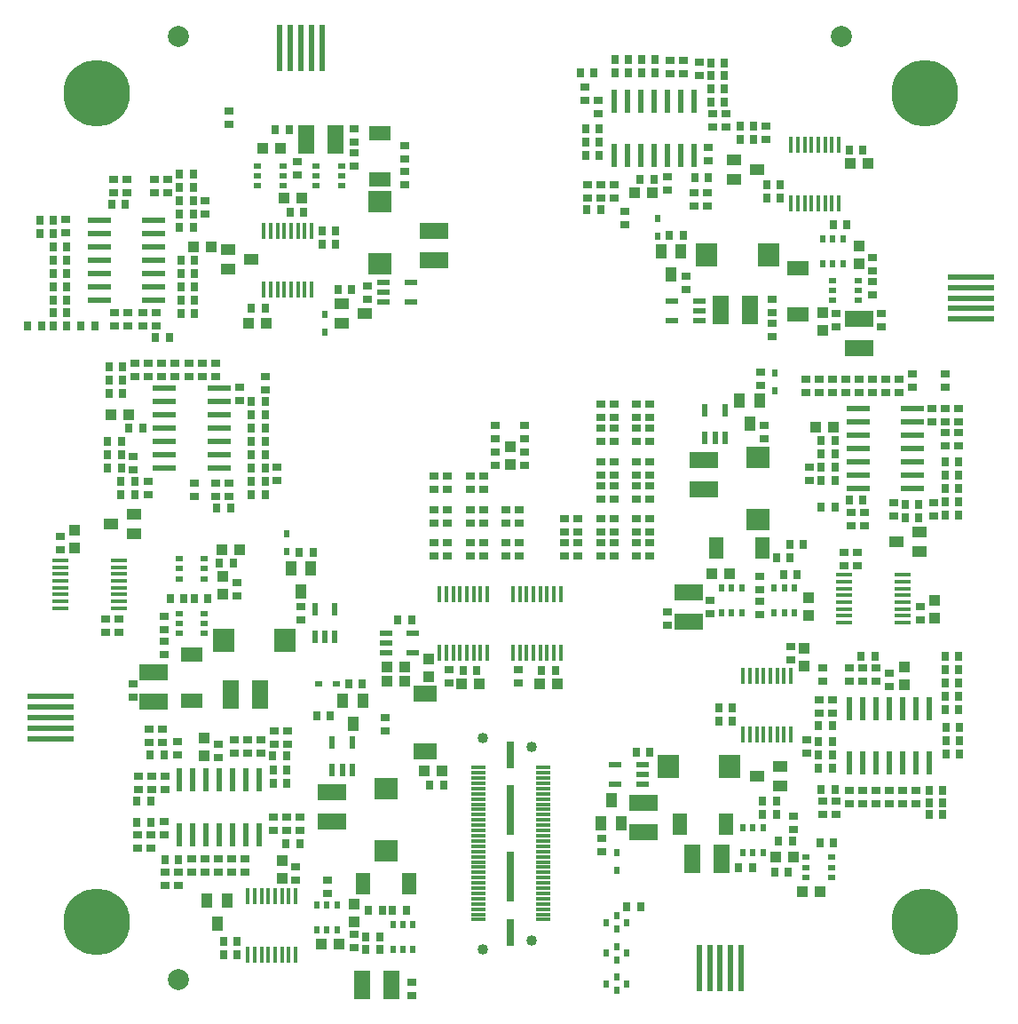
<source format=gts>
G04 (created by PCBNEW (2013-07-07 BZR 4022)-stable) date 3/26/2016 10:09:36 AM*
%MOIN*%
G04 Gerber Fmt 3.4, Leading zero omitted, Abs format*
%FSLAX34Y34*%
G01*
G70*
G90*
G04 APERTURE LIST*
%ADD10C,0.00590551*%
%ADD11R,0.0275X0.0354*%
%ADD12R,0.0629X0.1062*%
%ADD13R,0.0866X0.0236*%
%ADD14R,0.0236X0.0866*%
%ADD15R,0.0866142X0.0590551*%
%ADD16C,0.25*%
%ADD17R,0.0472X0.0216*%
%ADD18R,0.0393X0.0551*%
%ADD19R,0.0551X0.0393*%
%ADD20R,0.1062X0.0629*%
%ADD21R,0.0315X0.0217*%
%ADD22R,0.0217X0.0315*%
%ADD23C,0.0401575*%
%ADD24R,0.0570866X0.0120079*%
%ADD25R,0.0570866X0.0119882*%
%ADD26R,0.057X0.012*%
%ADD27R,0.0252X0.185*%
%ADD28R,0.0252X0.1*%
%ADD29R,0.0137795X0.0629921*%
%ADD30R,0.0244094X0.0480315*%
%ADD31R,0.0480315X0.0244094*%
%ADD32R,0.0866142X0.0787402*%
%ADD33R,0.0787402X0.0866142*%
%ADD34R,0.0629921X0.0137795*%
%ADD35R,0.0393X0.0433*%
%ADD36R,0.0433X0.0393*%
%ADD37R,0.0354X0.0275*%
%ADD38R,0.023622X0.0314961*%
%ADD39R,0.023622X0.0255906*%
%ADD40C,0.0787402*%
%ADD41R,0.0551181X0.0826772*%
%ADD42R,0.0826772X0.0551181*%
%ADD43R,0.0314961X0.023622*%
%ADD44R,0.0240157X0.175197*%
%ADD45R,0.175197X0.0240157*%
G04 APERTURE END LIST*
G54D10*
G54D11*
X61455Y-48850D03*
X60945Y-48850D03*
G54D12*
X48651Y-67050D03*
X47549Y-67050D03*
G54D13*
X71127Y-56300D03*
X71127Y-56800D03*
X71127Y-57300D03*
X71127Y-57800D03*
X71127Y-58300D03*
X71127Y-58800D03*
X71127Y-59300D03*
X73173Y-59300D03*
X73173Y-58800D03*
X73173Y-58300D03*
X73173Y-57800D03*
X73173Y-57300D03*
X73173Y-56800D03*
X73173Y-56300D03*
G54D14*
X48625Y-70252D03*
X48125Y-70252D03*
X47625Y-70252D03*
X47125Y-70252D03*
X46625Y-70252D03*
X46125Y-70252D03*
X45625Y-70252D03*
X45625Y-72298D03*
X46125Y-72298D03*
X46625Y-72298D03*
X47125Y-72298D03*
X47625Y-72298D03*
X48125Y-72298D03*
X48625Y-72298D03*
G54D13*
X44673Y-52250D03*
X44673Y-51750D03*
X44673Y-51250D03*
X44673Y-50750D03*
X44673Y-50250D03*
X44673Y-49750D03*
X44673Y-49250D03*
X42627Y-49250D03*
X42627Y-49750D03*
X42627Y-50250D03*
X42627Y-50750D03*
X42627Y-51250D03*
X42627Y-51750D03*
X42627Y-52250D03*
G54D14*
X61950Y-46823D03*
X62450Y-46823D03*
X62950Y-46823D03*
X63450Y-46823D03*
X63950Y-46823D03*
X64450Y-46823D03*
X64950Y-46823D03*
X64950Y-44777D03*
X64450Y-44777D03*
X63950Y-44777D03*
X63450Y-44777D03*
X62950Y-44777D03*
X62450Y-44777D03*
X61950Y-44777D03*
G54D13*
X45077Y-55550D03*
X45077Y-56050D03*
X45077Y-56550D03*
X45077Y-57050D03*
X45077Y-57550D03*
X45077Y-58050D03*
X45077Y-58550D03*
X47123Y-58550D03*
X47123Y-58050D03*
X47123Y-57550D03*
X47123Y-57050D03*
X47123Y-56550D03*
X47123Y-56050D03*
X47123Y-55550D03*
G54D14*
X73800Y-67577D03*
X73300Y-67577D03*
X72800Y-67577D03*
X72300Y-67577D03*
X71800Y-67577D03*
X71300Y-67577D03*
X70800Y-67577D03*
X70800Y-69623D03*
X71300Y-69623D03*
X71800Y-69623D03*
X72300Y-69623D03*
X72800Y-69623D03*
X73300Y-69623D03*
X73800Y-69623D03*
G54D15*
X54850Y-67017D03*
X54850Y-69182D03*
G54D16*
X42519Y-44488D03*
X73622Y-44488D03*
X73622Y-75590D03*
X42519Y-75590D03*
G54D17*
X53389Y-64726D03*
X53389Y-65100D03*
X53389Y-65474D03*
X54411Y-65474D03*
X54411Y-64726D03*
G54D18*
X64474Y-50417D03*
X63726Y-50417D03*
X64100Y-51283D03*
X61476Y-71883D03*
X62224Y-71883D03*
X61850Y-71017D03*
X50574Y-62317D03*
X49826Y-62317D03*
X50200Y-63183D03*
G54D19*
X51717Y-52376D03*
X51717Y-53124D03*
X52583Y-52750D03*
G54D20*
X63050Y-71099D03*
X63050Y-72201D03*
X55200Y-50751D03*
X55200Y-49649D03*
X51350Y-70699D03*
X51350Y-71801D03*
G54D12*
X65949Y-52600D03*
X67051Y-52600D03*
G54D20*
X65325Y-58249D03*
X65325Y-59351D03*
X44650Y-66199D03*
X44650Y-67301D03*
G54D12*
X53601Y-77950D03*
X52499Y-77950D03*
G54D20*
X71150Y-52949D03*
X71150Y-54051D03*
G54D12*
X50399Y-46200D03*
X51501Y-46200D03*
G54D20*
X64750Y-64301D03*
X64750Y-63199D03*
G54D12*
X66001Y-73200D03*
X64899Y-73200D03*
G54D21*
X70122Y-73900D03*
X70122Y-73526D03*
X70122Y-73152D03*
X69178Y-73152D03*
X69178Y-73526D03*
X69178Y-73900D03*
G54D22*
X51550Y-74928D03*
X51176Y-74928D03*
X50802Y-74928D03*
X50802Y-75872D03*
X51176Y-75872D03*
X51550Y-75872D03*
X70550Y-49928D03*
X70176Y-49928D03*
X69802Y-49928D03*
X69802Y-50872D03*
X70176Y-50872D03*
X70550Y-50872D03*
G54D21*
X48578Y-47200D03*
X48578Y-47574D03*
X48578Y-47948D03*
X49522Y-47948D03*
X49522Y-47574D03*
X49522Y-47200D03*
X45628Y-61950D03*
X45628Y-62324D03*
X45628Y-62698D03*
X46572Y-62698D03*
X46572Y-62324D03*
X46572Y-61950D03*
G54D22*
X68725Y-63028D03*
X68351Y-63028D03*
X67977Y-63028D03*
X67977Y-63972D03*
X68351Y-63972D03*
X68725Y-63972D03*
X54400Y-75678D03*
X54026Y-75678D03*
X53652Y-75678D03*
X53652Y-76622D03*
X54026Y-76622D03*
X54400Y-76622D03*
X66750Y-63028D03*
X66376Y-63028D03*
X66002Y-63028D03*
X66002Y-63972D03*
X66376Y-63972D03*
X66750Y-63972D03*
G54D21*
X46572Y-64750D03*
X46572Y-64376D03*
X46572Y-64002D03*
X45628Y-64002D03*
X45628Y-64376D03*
X45628Y-64750D03*
X70178Y-51500D03*
X70178Y-51874D03*
X70178Y-52248D03*
X71122Y-52248D03*
X71122Y-51874D03*
X71122Y-51500D03*
X51722Y-47950D03*
X51722Y-47576D03*
X51722Y-47202D03*
X50778Y-47202D03*
X50778Y-47576D03*
X50778Y-47950D03*
G54D22*
X67550Y-72028D03*
X67176Y-72028D03*
X66802Y-72028D03*
X66802Y-72972D03*
X67176Y-72972D03*
X67550Y-72972D03*
G54D23*
X57019Y-76603D03*
X57019Y-68677D03*
G54D24*
X59285Y-69783D03*
G54D23*
X58869Y-76275D03*
X58869Y-69000D03*
G54D24*
X59285Y-69980D03*
X56855Y-69783D03*
X56855Y-69980D03*
G54D25*
X59285Y-70176D03*
G54D24*
X56855Y-70176D03*
X59285Y-70373D03*
X56855Y-70373D03*
X59285Y-70570D03*
X56855Y-70570D03*
X59285Y-70767D03*
X56855Y-70767D03*
X59285Y-70964D03*
X56855Y-70964D03*
X59285Y-71161D03*
X56855Y-71161D03*
X59285Y-71357D03*
X56855Y-71357D03*
X59285Y-71554D03*
X56855Y-71554D03*
X59285Y-71751D03*
X56855Y-71751D03*
X59285Y-71948D03*
X56855Y-71948D03*
X59285Y-72145D03*
X56855Y-72145D03*
X59285Y-72342D03*
X56855Y-72342D03*
X59285Y-72539D03*
X56855Y-72539D03*
X59285Y-72735D03*
X56855Y-72735D03*
X59285Y-72932D03*
X56855Y-72932D03*
X59285Y-73129D03*
X56855Y-73129D03*
X59285Y-73326D03*
X56855Y-73326D03*
X59285Y-73523D03*
X56855Y-73523D03*
X59285Y-73720D03*
X56855Y-73720D03*
X59285Y-73917D03*
X56855Y-73917D03*
X59285Y-74113D03*
X56855Y-74113D03*
X59285Y-74310D03*
X56855Y-74310D03*
X59285Y-74507D03*
G54D26*
X56853Y-74507D03*
G54D24*
X59285Y-74704D03*
X56855Y-74704D03*
X59285Y-74901D03*
X56855Y-74901D03*
X59285Y-75098D03*
X56855Y-75098D03*
X59285Y-75294D03*
X56855Y-75294D03*
X59285Y-75491D03*
X56855Y-75491D03*
G54D27*
X58070Y-71387D03*
X58070Y-73887D03*
G54D28*
X58070Y-75962D03*
X58070Y-69312D03*
G54D29*
X59950Y-63267D03*
X59694Y-63267D03*
X59438Y-63267D03*
X59183Y-63267D03*
X58927Y-63267D03*
X58671Y-63267D03*
X58415Y-63267D03*
X58415Y-65472D03*
X58671Y-65472D03*
X58927Y-65472D03*
X59183Y-65472D03*
X59438Y-65472D03*
X59694Y-65472D03*
X59950Y-65472D03*
X58159Y-65472D03*
X58159Y-63267D03*
X57194Y-63267D03*
X56938Y-63267D03*
X56683Y-63267D03*
X56427Y-63267D03*
X56171Y-63267D03*
X55915Y-63267D03*
X55659Y-63267D03*
X55659Y-65472D03*
X55915Y-65472D03*
X56171Y-65472D03*
X56427Y-65472D03*
X56683Y-65472D03*
X56938Y-65472D03*
X57194Y-65472D03*
X55403Y-65472D03*
X55403Y-63267D03*
G54D18*
X67424Y-56017D03*
X66676Y-56017D03*
X67050Y-56883D03*
X52524Y-67267D03*
X51776Y-67267D03*
X52150Y-68133D03*
G54D30*
X50726Y-64865D03*
X51100Y-64865D03*
X51474Y-64865D03*
X51474Y-63835D03*
X50726Y-63835D03*
X51376Y-69865D03*
X51750Y-69865D03*
X52124Y-69865D03*
X52124Y-68835D03*
X51376Y-68835D03*
G54D31*
X53285Y-51576D03*
X53285Y-51950D03*
X53285Y-52324D03*
X54315Y-52324D03*
X54315Y-51576D03*
X63015Y-70424D03*
X63015Y-70050D03*
X63015Y-69676D03*
X61985Y-69676D03*
X61985Y-70424D03*
G54D30*
X65376Y-57415D03*
X65750Y-57415D03*
X66124Y-57415D03*
X66124Y-56385D03*
X65376Y-56385D03*
G54D31*
X65165Y-53024D03*
X65165Y-52650D03*
X65165Y-52276D03*
X64135Y-52276D03*
X64135Y-53024D03*
G54D32*
X53150Y-48538D03*
X53150Y-50861D03*
G54D33*
X47288Y-65000D03*
X49611Y-65000D03*
G54D32*
X67375Y-60461D03*
X67375Y-58138D03*
G54D33*
X67761Y-50550D03*
X65438Y-50550D03*
X66311Y-69750D03*
X63988Y-69750D03*
G54D32*
X53400Y-72911D03*
X53400Y-70588D03*
G54D29*
X50595Y-49647D03*
X50339Y-49647D03*
X50083Y-49647D03*
X49827Y-49647D03*
X49572Y-49647D03*
X49316Y-49647D03*
X49060Y-49647D03*
X49060Y-51852D03*
X49316Y-51852D03*
X49572Y-51852D03*
X49827Y-51852D03*
X50083Y-51852D03*
X50339Y-51852D03*
X50595Y-51852D03*
X48804Y-51852D03*
X48804Y-49647D03*
G54D34*
X43352Y-63795D03*
X43352Y-63539D03*
X43352Y-63283D03*
X43352Y-63027D03*
X43352Y-62772D03*
X43352Y-62516D03*
X43352Y-62260D03*
X41147Y-62260D03*
X41147Y-62516D03*
X41147Y-62772D03*
X41147Y-63027D03*
X41147Y-63283D03*
X41147Y-63539D03*
X41147Y-63795D03*
X41147Y-62004D03*
X43352Y-62004D03*
G54D29*
X48204Y-76802D03*
X48460Y-76802D03*
X48716Y-76802D03*
X48972Y-76802D03*
X49227Y-76802D03*
X49483Y-76802D03*
X49739Y-76802D03*
X49739Y-74597D03*
X49483Y-74597D03*
X49227Y-74597D03*
X48972Y-74597D03*
X48716Y-74597D03*
X48460Y-74597D03*
X48204Y-74597D03*
X49995Y-74597D03*
X49995Y-76802D03*
X66804Y-68552D03*
X67060Y-68552D03*
X67316Y-68552D03*
X67572Y-68552D03*
X67827Y-68552D03*
X68083Y-68552D03*
X68339Y-68552D03*
X68339Y-66347D03*
X68083Y-66347D03*
X67827Y-66347D03*
X67572Y-66347D03*
X67316Y-66347D03*
X67060Y-66347D03*
X66804Y-66347D03*
X68595Y-66347D03*
X68595Y-68552D03*
X68604Y-48602D03*
X68860Y-48602D03*
X69116Y-48602D03*
X69372Y-48602D03*
X69627Y-48602D03*
X69883Y-48602D03*
X70139Y-48602D03*
X70139Y-46397D03*
X69883Y-46397D03*
X69627Y-46397D03*
X69372Y-46397D03*
X69116Y-46397D03*
X68860Y-46397D03*
X68604Y-46397D03*
X70395Y-46397D03*
X70395Y-48602D03*
G54D34*
X70597Y-62554D03*
X70597Y-62810D03*
X70597Y-63066D03*
X70597Y-63322D03*
X70597Y-63577D03*
X70597Y-63833D03*
X70597Y-64089D03*
X72802Y-64089D03*
X72802Y-63833D03*
X72802Y-63577D03*
X72802Y-63322D03*
X72802Y-63066D03*
X72802Y-62810D03*
X72802Y-62554D03*
X72802Y-64345D03*
X70597Y-64345D03*
G54D35*
X74000Y-64184D03*
X74000Y-63516D03*
G54D36*
X48884Y-53100D03*
X48216Y-53100D03*
G54D35*
X69100Y-65984D03*
X69100Y-65316D03*
G54D36*
X70816Y-47100D03*
X71484Y-47100D03*
G54D35*
X41700Y-61534D03*
X41700Y-60866D03*
X49500Y-73934D03*
X49500Y-73266D03*
G54D36*
X47250Y-62616D03*
X47250Y-63284D03*
X52200Y-74916D03*
X52200Y-75584D03*
X58070Y-58404D03*
X58070Y-57736D03*
X69800Y-53384D03*
X69800Y-52716D03*
G54D35*
X68684Y-73150D03*
X68016Y-73150D03*
X65616Y-62500D03*
X66284Y-62500D03*
X49566Y-48400D03*
X50234Y-48400D03*
G54D37*
X64050Y-43245D03*
X64050Y-43755D03*
X69150Y-55705D03*
X69150Y-55195D03*
G54D11*
X48855Y-57550D03*
X48345Y-57550D03*
X74930Y-68275D03*
X74420Y-68275D03*
X39945Y-53200D03*
X40455Y-53200D03*
X42995Y-55250D03*
X43505Y-55250D03*
X46205Y-52250D03*
X45695Y-52250D03*
G54D37*
X71300Y-71155D03*
X71300Y-70645D03*
G54D11*
X74905Y-58300D03*
X74395Y-58300D03*
X60895Y-46300D03*
X61405Y-46300D03*
X74905Y-59800D03*
X74395Y-59800D03*
G54D37*
X72450Y-60355D03*
X72450Y-59845D03*
G54D11*
X73405Y-59900D03*
X72895Y-59900D03*
X71305Y-59750D03*
X70795Y-59750D03*
X69745Y-59000D03*
X70255Y-59000D03*
X44045Y-71050D03*
X44555Y-71050D03*
X45055Y-69300D03*
X44545Y-69300D03*
G54D37*
X45100Y-74205D03*
X45100Y-73695D03*
G54D11*
X45605Y-73250D03*
X45095Y-73250D03*
G54D37*
X44550Y-72805D03*
X44550Y-72295D03*
G54D11*
X69645Y-69300D03*
X70155Y-69300D03*
X69745Y-70600D03*
X70255Y-70600D03*
G54D37*
X44450Y-59045D03*
X44450Y-59555D03*
X47000Y-59605D03*
X47000Y-59095D03*
X47500Y-59605D03*
X47500Y-59095D03*
G54D11*
X48855Y-58550D03*
X48345Y-58550D03*
X46155Y-48500D03*
X45645Y-48500D03*
G54D37*
X45200Y-48205D03*
X45200Y-47695D03*
X43900Y-58605D03*
X43900Y-58095D03*
G54D11*
X43605Y-48650D03*
X43095Y-48650D03*
X40395Y-49750D03*
X40905Y-49750D03*
G54D37*
X71300Y-66045D03*
X71300Y-66555D03*
X70150Y-67755D03*
X70150Y-67245D03*
X70300Y-71555D03*
X70300Y-71045D03*
X43150Y-47695D03*
X43150Y-48205D03*
X47100Y-69405D03*
X47100Y-68895D03*
X58600Y-57945D03*
X58600Y-58455D03*
G54D11*
X59245Y-66150D03*
X59755Y-66150D03*
G54D37*
X62800Y-61855D03*
X62800Y-61345D03*
X58350Y-66095D03*
X58350Y-66605D03*
X65450Y-48705D03*
X65450Y-48195D03*
G54D11*
X63455Y-47700D03*
X62945Y-47700D03*
G54D37*
X69650Y-67755D03*
X69650Y-67245D03*
G54D11*
X56295Y-66150D03*
X56805Y-66150D03*
G54D37*
X44500Y-68345D03*
X44500Y-68855D03*
X73450Y-64255D03*
X73450Y-63745D03*
X70600Y-62205D03*
X70600Y-61695D03*
X66150Y-45755D03*
X66150Y-45245D03*
G54D11*
X67205Y-45700D03*
X66695Y-45700D03*
X68205Y-48400D03*
X67695Y-48400D03*
X70795Y-46600D03*
X71305Y-46600D03*
X54355Y-64250D03*
X53845Y-64250D03*
X44255Y-57050D03*
X43745Y-57050D03*
G54D37*
X50000Y-74005D03*
X50000Y-73495D03*
G54D11*
X47805Y-76800D03*
X47295Y-76800D03*
X46155Y-47500D03*
X45645Y-47500D03*
G54D37*
X68600Y-65755D03*
X68600Y-65245D03*
X65150Y-43295D03*
X65150Y-43805D03*
G54D11*
X50995Y-49650D03*
X51505Y-49650D03*
X48855Y-52550D03*
X48345Y-52550D03*
X43445Y-59550D03*
X43955Y-59550D03*
X66405Y-68050D03*
X65895Y-68050D03*
X65595Y-44800D03*
X66105Y-44800D03*
G54D37*
X70850Y-60705D03*
X70850Y-60195D03*
G54D11*
X70255Y-57500D03*
X69745Y-57500D03*
G54D37*
X72300Y-66755D03*
X72300Y-66245D03*
G54D11*
X64995Y-47650D03*
X65505Y-47650D03*
G54D37*
X43350Y-64195D03*
X43350Y-64705D03*
X41150Y-61605D03*
X41150Y-61095D03*
G54D11*
X45695Y-50750D03*
X46205Y-50750D03*
G54D37*
X48200Y-68745D03*
X48200Y-69255D03*
X46600Y-73705D03*
X46600Y-73195D03*
G54D11*
X66105Y-43800D03*
X65595Y-43800D03*
G54D37*
X69300Y-58495D03*
X69300Y-59005D03*
G54D11*
X70155Y-69800D03*
X69645Y-69800D03*
X72895Y-60400D03*
X73405Y-60400D03*
X74395Y-60300D03*
X74905Y-60300D03*
G54D37*
X69800Y-71045D03*
X69800Y-71555D03*
X73950Y-60355D03*
X73950Y-59845D03*
X61950Y-56145D03*
X61950Y-56655D03*
X61450Y-58295D03*
X61450Y-58805D03*
X61950Y-58295D03*
X61950Y-58805D03*
X61450Y-60445D03*
X61450Y-60955D03*
X61950Y-60445D03*
X61950Y-60955D03*
X62800Y-56145D03*
X62800Y-56655D03*
X63300Y-56145D03*
X63300Y-56655D03*
X62800Y-58295D03*
X62800Y-58805D03*
X63300Y-58295D03*
X63300Y-58805D03*
X62800Y-60445D03*
X62800Y-60955D03*
X63300Y-60445D03*
X63300Y-60955D03*
X46100Y-73705D03*
X46100Y-73195D03*
X45550Y-68795D03*
X45550Y-69305D03*
X61450Y-56145D03*
X61450Y-56655D03*
G54D11*
X74905Y-58800D03*
X74395Y-58800D03*
G54D37*
X44100Y-70095D03*
X44100Y-70605D03*
G54D11*
X74395Y-59300D03*
X74905Y-59300D03*
X44045Y-71850D03*
X44555Y-71850D03*
G54D37*
X44050Y-72295D03*
X44050Y-72805D03*
X45600Y-73695D03*
X45600Y-74205D03*
X45050Y-71795D03*
X45050Y-72305D03*
X64650Y-51855D03*
X64650Y-51345D03*
G54D11*
X50145Y-61700D03*
X50655Y-61700D03*
G54D37*
X50200Y-64255D03*
X50200Y-63745D03*
G54D11*
X52105Y-51850D03*
X51595Y-51850D03*
G54D37*
X52700Y-51695D03*
X52700Y-52205D03*
G54D11*
X64045Y-49800D03*
X64555Y-49800D03*
X63305Y-69200D03*
X62795Y-69200D03*
G54D37*
X67450Y-54945D03*
X67450Y-55455D03*
X67600Y-57455D03*
X67600Y-56945D03*
G54D11*
X51995Y-66650D03*
X52505Y-66650D03*
X50795Y-67850D03*
X51305Y-67850D03*
G54D37*
X61500Y-72955D03*
X61500Y-72445D03*
G54D11*
X47655Y-62100D03*
X47145Y-62100D03*
G54D37*
X51200Y-73995D03*
X51200Y-74505D03*
G54D11*
X42945Y-58550D03*
X43455Y-58550D03*
G54D37*
X64550Y-43245D03*
X64550Y-43755D03*
X42850Y-64195D03*
X42850Y-64705D03*
X47700Y-68745D03*
X47700Y-69255D03*
X49200Y-68395D03*
X49200Y-68905D03*
G54D11*
X49170Y-69875D03*
X49680Y-69875D03*
X49170Y-70375D03*
X49680Y-70375D03*
G54D37*
X49700Y-68905D03*
X49700Y-68395D03*
X57500Y-57945D03*
X57500Y-58455D03*
X58600Y-57455D03*
X58600Y-56945D03*
X57500Y-57455D03*
X57500Y-56945D03*
X48700Y-69255D03*
X48700Y-68745D03*
G54D11*
X42995Y-54750D03*
X43505Y-54750D03*
X69645Y-68800D03*
X70155Y-68800D03*
X47555Y-60050D03*
X47045Y-60050D03*
X50995Y-50150D03*
X51505Y-50150D03*
X48345Y-59550D03*
X48855Y-59550D03*
X48855Y-59050D03*
X48345Y-59050D03*
G54D37*
X46200Y-59605D03*
X46200Y-59095D03*
G54D11*
X42945Y-58050D03*
X43455Y-58050D03*
X43955Y-59050D03*
X43445Y-59050D03*
G54D37*
X43950Y-54595D03*
X43950Y-55105D03*
X46500Y-54595D03*
X46500Y-55105D03*
G54D11*
X48855Y-57050D03*
X48345Y-57050D03*
G54D37*
X47900Y-56005D03*
X47900Y-55495D03*
G54D11*
X48345Y-56050D03*
X48855Y-56050D03*
X43505Y-55750D03*
X42995Y-55750D03*
G54D37*
X46000Y-55105D03*
X46000Y-54595D03*
X44950Y-55105D03*
X44950Y-54595D03*
X60950Y-47895D03*
X60950Y-48405D03*
X61450Y-47895D03*
X61450Y-48405D03*
X61950Y-48405D03*
X61950Y-47895D03*
G54D11*
X60895Y-45800D03*
X61405Y-45800D03*
X70705Y-49400D03*
X70195Y-49400D03*
G54D37*
X50150Y-72155D03*
X50150Y-71645D03*
X45000Y-68855D03*
X45000Y-68345D03*
X44600Y-70095D03*
X44600Y-70605D03*
X45100Y-70605D03*
X45100Y-70095D03*
X67650Y-46205D03*
X67650Y-45695D03*
X65650Y-45245D03*
X65650Y-45755D03*
G54D11*
X65595Y-44300D03*
X66105Y-44300D03*
X68205Y-47900D03*
X67695Y-47900D03*
X66105Y-43350D03*
X65595Y-43350D03*
G54D37*
X60600Y-60445D03*
X60600Y-60955D03*
X60100Y-60445D03*
X60100Y-60955D03*
G54D11*
X69745Y-60000D03*
X70255Y-60000D03*
G54D37*
X61950Y-59195D03*
X61950Y-59705D03*
X60600Y-61345D03*
X60600Y-61855D03*
X61950Y-57045D03*
X61950Y-57555D03*
X61950Y-61345D03*
X61950Y-61855D03*
X63300Y-57045D03*
X63300Y-57555D03*
X63300Y-59195D03*
X63300Y-59705D03*
X63300Y-61345D03*
X63300Y-61855D03*
X48100Y-73195D03*
X48100Y-73705D03*
X65500Y-47005D03*
X65500Y-46495D03*
G54D11*
X61405Y-46800D03*
X60895Y-46800D03*
X67205Y-46200D03*
X66695Y-46200D03*
G54D37*
X64950Y-48195D03*
X64950Y-48705D03*
X49150Y-71645D03*
X49150Y-72155D03*
X47100Y-73705D03*
X47100Y-73195D03*
G54D11*
X61995Y-43700D03*
X62505Y-43700D03*
X61995Y-43200D03*
X62505Y-43200D03*
G54D37*
X61350Y-45255D03*
X61350Y-44745D03*
G54D11*
X62995Y-43200D03*
X63505Y-43200D03*
G54D37*
X63950Y-47595D03*
X63950Y-48105D03*
G54D11*
X73795Y-70650D03*
X74305Y-70650D03*
G54D37*
X72300Y-70645D03*
X72300Y-71155D03*
G54D11*
X74420Y-69275D03*
X74930Y-69275D03*
X74905Y-65600D03*
X74395Y-65600D03*
X74395Y-66100D03*
X74905Y-66100D03*
X74395Y-67100D03*
X74905Y-67100D03*
X74905Y-67600D03*
X74395Y-67600D03*
X74930Y-68775D03*
X74420Y-68775D03*
G54D37*
X74900Y-57195D03*
X74900Y-57705D03*
X73900Y-56805D03*
X73900Y-56295D03*
G54D11*
X43455Y-57550D03*
X42945Y-57550D03*
G54D37*
X74400Y-56295D03*
X74400Y-56805D03*
X71350Y-60195D03*
X71350Y-60705D03*
G54D11*
X69745Y-58500D03*
X70255Y-58500D03*
X40905Y-49250D03*
X40395Y-49250D03*
G54D37*
X46600Y-49005D03*
X46600Y-48495D03*
G54D11*
X70205Y-72600D03*
X69695Y-72600D03*
X68830Y-62550D03*
X68320Y-62550D03*
G54D37*
X72650Y-55195D03*
X72650Y-55705D03*
X72150Y-55195D03*
X72150Y-55705D03*
X71150Y-55705D03*
X71150Y-55195D03*
X70650Y-55705D03*
X70650Y-55195D03*
X41350Y-49195D03*
X41350Y-49705D03*
X70150Y-55195D03*
X70150Y-55705D03*
X69650Y-55195D03*
X69650Y-55705D03*
X72800Y-71155D03*
X72800Y-70645D03*
X71100Y-62205D03*
X71100Y-61695D03*
X43650Y-48205D03*
X43650Y-47695D03*
G54D11*
X41405Y-50250D03*
X40895Y-50250D03*
X41405Y-53200D03*
X40895Y-53200D03*
G54D37*
X70800Y-66555D03*
X70800Y-66045D03*
X71800Y-66045D03*
X71800Y-66555D03*
G54D11*
X70155Y-68200D03*
X69645Y-68200D03*
G54D37*
X73300Y-71155D03*
X73300Y-70645D03*
X43200Y-53205D03*
X43200Y-52695D03*
G54D11*
X40895Y-51750D03*
X41405Y-51750D03*
X40895Y-52250D03*
X41405Y-52250D03*
X41405Y-50750D03*
X40895Y-50750D03*
G54D37*
X74900Y-56295D03*
X74900Y-56805D03*
G54D11*
X45695Y-51250D03*
X46205Y-51250D03*
G54D37*
X43700Y-53205D03*
X43700Y-52695D03*
X44750Y-52695D03*
X44750Y-53205D03*
G54D11*
X45645Y-48000D03*
X46155Y-48000D03*
X46205Y-52750D03*
X45695Y-52750D03*
X46205Y-51750D03*
X45695Y-51750D03*
G54D37*
X50050Y-47045D03*
X50050Y-47555D03*
X70800Y-71155D03*
X70800Y-70645D03*
G54D11*
X71755Y-65600D03*
X71245Y-65600D03*
X47805Y-76300D03*
X47295Y-76300D03*
G54D37*
X49300Y-59005D03*
X49300Y-58495D03*
X69200Y-68745D03*
X69200Y-69255D03*
X44250Y-52695D03*
X44250Y-53205D03*
G54D11*
X66405Y-67550D03*
X65895Y-67550D03*
X70255Y-58000D03*
X69745Y-58000D03*
G54D37*
X69800Y-66045D03*
X69800Y-66555D03*
X44700Y-47695D03*
X44700Y-48205D03*
G54D11*
X48855Y-58050D03*
X48345Y-58050D03*
X45645Y-49500D03*
X46155Y-49500D03*
X46155Y-49000D03*
X45645Y-49000D03*
X63505Y-43700D03*
X62995Y-43700D03*
X48855Y-56550D03*
X48345Y-56550D03*
X40895Y-51250D03*
X41405Y-51250D03*
G54D37*
X71800Y-71155D03*
X71800Y-70645D03*
X47600Y-73705D03*
X47600Y-73195D03*
X74400Y-57705D03*
X74400Y-57195D03*
X45450Y-55105D03*
X45450Y-54595D03*
G54D35*
X53416Y-66550D03*
X54084Y-66550D03*
X53416Y-66000D03*
X54084Y-66000D03*
G54D37*
X58400Y-61345D03*
X58400Y-61855D03*
X55700Y-58845D03*
X55700Y-59355D03*
X58400Y-60095D03*
X58400Y-60605D03*
X55700Y-60095D03*
X55700Y-60605D03*
X57050Y-61345D03*
X57050Y-61855D03*
X55700Y-61345D03*
X55700Y-61855D03*
X57050Y-60095D03*
X57050Y-60605D03*
X57050Y-58845D03*
X57050Y-59355D03*
G54D35*
X71150Y-50884D03*
X71150Y-50216D03*
X69250Y-64084D03*
X69250Y-63416D03*
G54D36*
X54816Y-69900D03*
X55484Y-69900D03*
G54D35*
X55000Y-66384D03*
X55000Y-65716D03*
G54D36*
X51634Y-76400D03*
X50966Y-76400D03*
X69016Y-74450D03*
X69684Y-74450D03*
X49434Y-46550D03*
X48766Y-46550D03*
X47216Y-61600D03*
X47884Y-61600D03*
G54D37*
X56550Y-59355D03*
X56550Y-58845D03*
X55200Y-61855D03*
X55200Y-61345D03*
X56550Y-60605D03*
X56550Y-60095D03*
X55200Y-60605D03*
X55200Y-60095D03*
X56550Y-61855D03*
X56550Y-61345D03*
X55200Y-59355D03*
X55200Y-58845D03*
X57900Y-60605D03*
X57900Y-60095D03*
X55750Y-66095D03*
X55750Y-66605D03*
X57900Y-61855D03*
X57900Y-61345D03*
X60100Y-61855D03*
X60100Y-61345D03*
X61450Y-57555D03*
X61450Y-57045D03*
X61450Y-59705D03*
X61450Y-59195D03*
X61450Y-61855D03*
X61450Y-61345D03*
X62800Y-57555D03*
X62800Y-57045D03*
X62800Y-59705D03*
X62800Y-59195D03*
X53350Y-67895D03*
X53350Y-68405D03*
G54D11*
X53155Y-76600D03*
X52645Y-76600D03*
X49795Y-48950D03*
X50305Y-48950D03*
X68505Y-73700D03*
X67995Y-73700D03*
G54D37*
X45050Y-64605D03*
X45050Y-64095D03*
G54D11*
X45295Y-63450D03*
X45805Y-63450D03*
G54D37*
X68700Y-71595D03*
X68700Y-72105D03*
G54D11*
X68055Y-71050D03*
X67545Y-71050D03*
G54D37*
X47800Y-62845D03*
X47800Y-63355D03*
X54100Y-46955D03*
X54100Y-46445D03*
X52200Y-76555D03*
X52200Y-76045D03*
G54D11*
X53255Y-75150D03*
X52745Y-75150D03*
G54D37*
X52200Y-45795D03*
X52200Y-46305D03*
X65550Y-64005D03*
X65550Y-63495D03*
X67425Y-64055D03*
X67425Y-63545D03*
X67900Y-53095D03*
X67900Y-53605D03*
X71650Y-50645D03*
X71650Y-51155D03*
G54D11*
X68570Y-61400D03*
X69080Y-61400D03*
G54D37*
X70300Y-53255D03*
X70300Y-52745D03*
G54D35*
X72850Y-66684D03*
X72850Y-66016D03*
G54D36*
X46166Y-50250D03*
X46834Y-50250D03*
X70184Y-57000D03*
X69516Y-57000D03*
G54D35*
X46550Y-69334D03*
X46550Y-68666D03*
G54D36*
X43734Y-56550D03*
X43066Y-56550D03*
X63384Y-48200D03*
X62716Y-48200D03*
G54D11*
X52645Y-76150D03*
X53155Y-76150D03*
G54D37*
X72000Y-52745D03*
X72000Y-53255D03*
G54D11*
X68070Y-61900D03*
X68580Y-61900D03*
G54D37*
X71650Y-51545D03*
X71650Y-52055D03*
X67900Y-52195D03*
X67900Y-52705D03*
X67425Y-63105D03*
X67425Y-62595D03*
X63950Y-64455D03*
X63950Y-63945D03*
G54D11*
X55045Y-70450D03*
X55555Y-70450D03*
X54155Y-75150D03*
X53645Y-75150D03*
X62955Y-75000D03*
X62445Y-75000D03*
G54D37*
X52200Y-46695D03*
X52200Y-47205D03*
X54350Y-77845D03*
X54350Y-78355D03*
X47500Y-45655D03*
X47500Y-45145D03*
G54D11*
X67545Y-71550D03*
X68055Y-71550D03*
G54D37*
X43900Y-66645D03*
X43900Y-67155D03*
G54D11*
X46195Y-63450D03*
X46705Y-63450D03*
X68655Y-72550D03*
X68145Y-72550D03*
X66645Y-73550D03*
X67155Y-73550D03*
G54D37*
X45050Y-65555D03*
X45050Y-65045D03*
X54100Y-47905D03*
X54100Y-47395D03*
G54D11*
X49755Y-45850D03*
X49245Y-45850D03*
G54D38*
X61656Y-77900D03*
X62443Y-77900D03*
G54D39*
X62050Y-77653D03*
X62050Y-78146D03*
G54D38*
X61656Y-76750D03*
X62443Y-76750D03*
G54D39*
X62050Y-76503D03*
X62050Y-76996D03*
G54D38*
X61656Y-75600D03*
X62443Y-75600D03*
G54D39*
X62050Y-75353D03*
X62050Y-75846D03*
G54D36*
X59166Y-66650D03*
X59834Y-66650D03*
X56216Y-66650D03*
X56884Y-66650D03*
G54D11*
X60695Y-43700D03*
X61205Y-43700D03*
G54D37*
X47000Y-55105D03*
X47000Y-54595D03*
G54D11*
X41945Y-53200D03*
X42455Y-53200D03*
X74305Y-71550D03*
X73795Y-71550D03*
X49645Y-72650D03*
X50155Y-72650D03*
G54D37*
X74400Y-54995D03*
X74400Y-55505D03*
X60850Y-44245D03*
X60850Y-44755D03*
X62350Y-48895D03*
X62350Y-49405D03*
X48850Y-55095D03*
X48850Y-55605D03*
X44450Y-55105D03*
X44450Y-54595D03*
G54D11*
X41405Y-52700D03*
X40895Y-52700D03*
X45255Y-53650D03*
X44745Y-53650D03*
X74305Y-71100D03*
X73795Y-71100D03*
X74395Y-66600D03*
X74905Y-66600D03*
G54D37*
X49650Y-72155D03*
X49650Y-71645D03*
G54D11*
X49145Y-69350D03*
X49655Y-69350D03*
G54D37*
X73150Y-55505D03*
X73150Y-54995D03*
X71650Y-55705D03*
X71650Y-55195D03*
G54D19*
X66467Y-46976D03*
X66467Y-47724D03*
X67333Y-47350D03*
X43933Y-61024D03*
X43933Y-60276D03*
X43067Y-60650D03*
X47467Y-50326D03*
X47467Y-51074D03*
X48333Y-50700D03*
X68183Y-70474D03*
X68183Y-69726D03*
X67317Y-70100D03*
G54D18*
X47424Y-74767D03*
X46676Y-74767D03*
X47050Y-75633D03*
G54D19*
X73433Y-61674D03*
X73433Y-60926D03*
X72567Y-61300D03*
G54D40*
X45600Y-42350D03*
X45600Y-77750D03*
X70500Y-42350D03*
G54D41*
X67516Y-61550D03*
X65783Y-61550D03*
G54D42*
X68850Y-51033D03*
X68850Y-52766D03*
X46100Y-65533D03*
X46100Y-67266D03*
G54D41*
X54266Y-74150D03*
X52533Y-74150D03*
G54D42*
X53150Y-47716D03*
X53150Y-45983D03*
G54D41*
X66166Y-71900D03*
X64433Y-71900D03*
G54D38*
X51100Y-53434D03*
X51100Y-52765D03*
G54D43*
X50865Y-66650D03*
X51534Y-66650D03*
G54D38*
X63600Y-49165D03*
X63600Y-49834D03*
X49650Y-61015D03*
X49650Y-61684D03*
X62050Y-73634D03*
X62050Y-72965D03*
X68000Y-55634D03*
X68000Y-54965D03*
G54D44*
X65159Y-77316D03*
X65553Y-77316D03*
X65946Y-77316D03*
X66340Y-77316D03*
X66734Y-77316D03*
X50986Y-42761D03*
X50592Y-42761D03*
X50198Y-42761D03*
X49805Y-42761D03*
X49411Y-42761D03*
G54D45*
X40793Y-67124D03*
X40793Y-67517D03*
X40793Y-67911D03*
X40793Y-68305D03*
X40793Y-68698D03*
X75348Y-52950D03*
X75348Y-52557D03*
X75348Y-52163D03*
X75348Y-51769D03*
X75348Y-51375D03*
M02*

</source>
